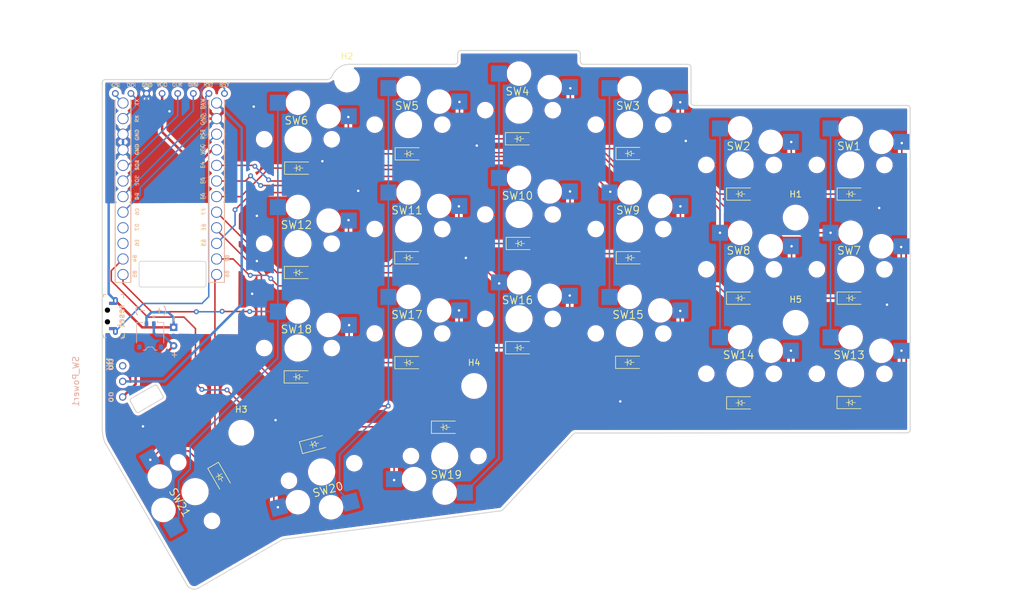
<source format=kicad_pcb>
(kicad_pcb (version 20211014) (generator pcbnew)
  (layers (0 "F.Cu" signal) (31 "B.Cu" signal) (34 "B.Paste" user) (35 "F.Paste" user) (36 "B.SilkS" user "B.Silkscreen") (37 "F.SilkS" user "F.Silkscreen") (38 "B.Mask" user) (39 "F.Mask" user) (44 "Edge.Cuts" user))
  (net 0 "")
  (net 1 "VBat")
  (net 2 "GND")
  (net 3 "row1")
  (net 4 "Net-(D1-Pad2)")
  (net 5 "Net-(D2-Pad2)")
  (net 6 "Net-(D3-Pad2)")
  (net 7 "Net-(D4-Pad2)")
  (net 8 "Net-(D5-Pad2)")
  (net 9 "Net-(D6-Pad2)")
  (net 10 "row2")
  (net 11 "Net-(D7-Pad2)")
  (net 12 "Net-(D8-Pad2)")
  (net 13 "Net-(D9-Pad2)")
  (net 14 "Net-(D10-Pad2)")
  (net 15 "Net-(D11-Pad2)")
  (net 16 "Net-(D12-Pad2)")
  (net 17 "row3")
  (net 18 "Net-(D13-Pad2)")
  (net 19 "Net-(D14-Pad2)")
  (net 20 "Net-(D15-Pad2)")
  (net 21 "Net-(D16-Pad2)")
  (net 22 "Net-(D17-Pad2)")
  (net 23 "Net-(D18-Pad2)")
  (net 24 "row4")
  (net 25 "Net-(D19-Pad2)")
  (net 26 "Net-(D20-Pad2)")
  (net 27 "Net-(D21-Pad2)")
  (net 28 "bsy")
  (net 29 "clk")
  (net 30 "cs")
  (net 31 "dc")
  (net 32 "din")
  (net 33 "rst")
  (net 34 "VCC")
  (net 35 "col1")
  (net 36 "col2")
  (net 37 "col3")
  (net 38 "col4")
  (net 39 "col5")
  (net 40 "col6")
  (net 42 "VRaw")
  (net 43 "reset")
  (footprint "mylib:Diode" (layer "F.Cu") (at 160.8 64.025)
    (fp_text reference "D3" hide)
    (fp_text value "1N4148W" hide)
  )
  (footprint "mylib:Kailh_Choc_Hotplug" (layer "F.Cu") (at 160.76996 76.320031)
    (fp_text reference "SW9")
    (fp_text value "SW_PUSH-kbd" hide)
  )
  (footprint "mylib:Diode" (layer "F.Cu") (at 196.825 70.625)
    (fp_text reference "D1" hide)
    (fp_text value "1N4148W" hide)
  )
  (footprint "mylib:Kailh_Choc_Hotplug" (layer "F.Cu") (at 196.76996 99.900031)
    (fp_text reference "SW13")
    (fp_text value "SW_PUSH-kbd" hide)
  )
  (footprint "mylib:Kailh_Choc_Hotplug" (layer "F.Cu") (at 160.76996 93.325031)
    (fp_text reference "SW15")
    (fp_text value "SW_PUSH-kbd" hide)
  )
  (footprint "mylib:Kailh_Choc_Hotplug" (layer "F.Cu") (at 130.66996 113.29003 180)
    (fp_text reference "SW19")
    (fp_text value "SW_PUSH-kbd" hide)
  )
  (footprint "MountingHole:MountingHole_3.2mm_M3_DIN965" (layer "F.Cu") (at 97.539962 109.5)
    (fp_text reference "H3")
    (fp_text value "MountingHole")
  )
  (footprint "mylib:Kailh_Choc_Hotplug" (layer "F.Cu") (at 196.76996 65.880031)
    (fp_text reference "SW1")
    (fp_text value "SW_PUSH-kbd" hide)
  )
  (footprint "mylib:Diode" (layer "F.Cu") (at 109.425 111.35 15)
    (fp_text reference "D20" hide)
    (fp_text value "1N4148W" hide)
  )
  (footprint "mylib:Kailh_Choc_Hotplug" (layer "F.Cu") (at 106.76996 61.700031)
    (fp_text reference "SW6")
    (fp_text value "SW_PUSH-kbd" hide)
  )
  (footprint "mylib:Diode" (layer "F.Cu") (at 160.85 81)
    (fp_text reference "D9" hide)
    (fp_text value "1N4148W" hide)
  )
  (footprint "mylib:Diode" (layer "F.Cu") (at 94.075 116.75 -60)
    (fp_text reference "D21" hide)
    (fp_text value "1N4148W" hide)
  )
  (footprint "mylib:Kailh_Choc_Hotplug" (layer "F.Cu") (at 196.76996 82.880031)
    (fp_text reference "SW7")
    (fp_text value "SW_PUSH-kbd" hide)
  )
  (footprint "mylib:Diode" (layer "F.Cu") (at 130.75 108.6)
    (fp_text reference "D19" hide)
    (fp_text value "1N4148W" hide)
  )
  (footprint "mylib:Diode" (layer "F.Cu") (at 124.85 64.075)
    (fp_text reference "D5" hide)
    (fp_text value "1N4148W" hide)
  )
  (footprint "mylib:Kailh_Choc_Hotplug" (layer "F.Cu") (at 124.76996 93.325031)
    (fp_text reference "SW17")
    (fp_text value "SW_PUSH-kbd" hide)
  )
  (footprint "mylib:Diode" (layer "F.Cu") (at 178.825 70.625)
    (fp_text reference "D2" hide)
    (fp_text value "1N4148W" hide)
  )
  (footprint "MountingHole:MountingHole_3.2mm_M3_DIN965" (layer "F.Cu") (at 187.80996 74.45)
    (fp_text reference "H1")
    (fp_text value "MountingHole")
  )
  (footprint "mylib:Diode" (layer "F.Cu") (at 142.8 61.625)
    (fp_text reference "D4" hide)
    (fp_text value "1N4148W" hide)
  )
  (footprint "mylib:SW_Reset_vertical" (layer "F.Cu") (at 74.896962 90.480931 90)
    (fp_text reference "SW_Reset1" hide)
    (fp_text value "SW_RESET-kbd")
  )
  (footprint "mylib:Kailh_Choc_Hotplug" (layer "F.Cu") (at 142.76996 90.950031)
    (fp_text reference "SW16")
    (fp_text value "SW_PUSH-kbd" hide)
  )
  (footprint "mylib:Diode" (layer "F.Cu") (at 124.8 98.075)
    (fp_text reference "D17" hide)
    (fp_text value "1N4148W" hide)
  )
  (footprint "mylib:Kailh_Choc_Hotplug" (layer "F.Cu") (at 106.76996 95.700031)
    (fp_text reference "SW18")
    (fp_text value "SW_PUSH-kbd" hide)
  )
  (footprint "mylib:Diode" (layer "F.Cu") (at 124.775 81)
    (fp_text reference "D11" hide)
    (fp_text value "1N4148W" hide)
  )
  (footprint "mylib:Diode" (layer "F.Cu") (at 196.8 104.575)
    (fp_text reference "D13" hide)
    (fp_text value "1N4148W" hide)
  )
  (footprint "mylib:Kailh_Choc_Hotplug" (layer "F.Cu") (at 124.76996 59.320031)
    (fp_text reference "SW5")
    (fp_text value "SW_PUSH-kbd" hide)
  )
  (footprint "mylib:Kailh_Choc_Hotplug" (layer "F.Cu") (at 160.76996 59.320031)
    (fp_text reference "SW3")
    (fp_text value "SW_PUSH-kbd" hide)
  )
  (footprint "mylib:Kailh_Choc_Hotplug" (layer "F.Cu") (at 142.76996 56.960031)
    (fp_text reference "SW4")
    (fp_text value "SW_PUSH-kbd" hide)
  )
  (footprint "mylib:Battery_pads_reversible" (layer "F.Cu") (at 86.526962 93.830931 90)
    (fp_text reference "Bat_main1" hide)
    (fp_text value "Conn_Battery_solderable")
  )
  (footprint "mylib:ProMicro_BackMount" (layer "F.Cu") (at 85.901962 69.768431)
    (fp_text reference "U1" hide)
    (fp_text value "ProMicro-kbd")
    (fp_line (start -5 12.1) (end -5 15.7) (layer "Edge.Cuts") (width 0.12))
    (fp_line (start -4.7 11.8) (end 5.6 11.8) (layer "Edge.Cuts") (width 0.12))
    (fp_line (start 5.9 12.1) (end 5.9 15.7) (layer "Edge.Cuts") (width 0.12))
    (fp_line (start -4.7 16) (end 5.6 16) (layer "Edge.Cuts") (width 0.12))
    (fp_arc (start 5.9 15.7) (mid 5.812132 15.912132) (end 5.6 16) (layer "Edge.Cuts") (width 0.12))
    (fp_arc (start 5.6 11.8) (mid 5.812132 11.887868) (end 5.9 12.1) (layer "Edge.Cuts") (width 0.12))
    (fp_arc (start -4.7 16) (mid -4.912132 15.912132) (end -5 15.7) (layer "Edge.Cuts") (width 0.12))
    (fp_arc (start -5 12.1) (mid -4.912132 11.887868) (end -4.7 11.8) (layer "Edge.Cuts") (width 0.12))
  )
  (footprint "MountingHole:MountingHole_3.2mm_M3_DIN965" (layer "F.Cu") (at 187.80996 91.59)
    (fp_text reference "H5")
    (fp_text value "MountingHole")
  )
  (footprint "mylib:Diode" (layer "F.Cu") (at 142.925 78.675)
    (fp_text reference "D10" hide)
    (fp_text value "1N4148W" hide)
  )
  (footprint "mylib:Diode" (layer "F.Cu") (at 160.75 98.025)
    (fp_text reference "D15" hide)
    (fp_text value "1N4148W" hide)
  )
  (footprint "mylib:Diode" (layer "F.Cu") (at 142.825 95.65)
    (fp_text reference "D16" hide)
    (fp_text value "1N4148W" hide)
  )
  (footprint "mylib:Kailh_Choc_Hotplug" (layer "F.Cu") (at 124.76996 76.32031)
    (fp_text reference "SW11")
    (fp_text value "SW_PUSH-kbd" hide)
  )
  (footprint "mylib:Diode" (layer "F.Cu") (at 106.85 66.4)
    (fp_text reference "D6" hide)
    (fp_text value "1N4148W" hide)
  )
  (footprint "mylib:Kailh_Choc_Hotplug" (layer "F.Cu") (at 178.76996 99.885031)
    (fp_text reference "SW14")
    (fp_text value "SW_PUSH-kbd" hide)
  )
  (footprint "mylib:Kailh_Choc_Hotplug" (layer "F.Cu") (at 106.76996 78.700031)
    (fp_text reference "SW12")
    (fp_text value "SW_PUSH-kbd" hide)
  )
  (footprint "mylib:Diode" (layer "F.Cu") (at 106.8 83.4)
    (fp_text reference "D12" hide)
    (fp_text value "1N4148W" hide)
  )
  (footprint "mylib:Diode" (layer "F.Cu") (at 196.825 87.575)
    (fp_text reference "D7" hide)
    (fp_text value "1N4148W" hide)
  )
  (footprint "MountingHole:MountingHole_3.2mm_M3_DIN965" (layer "F.Cu") (at 135.45196 101.88093)
    (fp_text reference "H4")
    (fp_text value "MountingHole")
  )
  (footprint "mylib:Kailh_Choc_Hotplug" (layer "F.Cu") (at 178.76996 65.880031)
    (fp_text reference "SW2")
    (fp_text value "SW_PUSH-kbd" hide)
  )
  (footprint "mylib:Kailh_Choc_Hotplug" (layer "F.Cu") (at 178.76996 82.880031)
    (fp_text reference "SW8")
    (fp_text value "SW_PUSH-kbd" hide)
  )
  (footprint "MountingHole:MountingHole_3.2mm_M3_DIN965" (layer "F.Cu") (at 114.75196 51.980931)
    (fp_text reference "H2")
    (fp_text value "MountingHole")
  )
  (footprint "mylib:Diode" (layer "F.Cu") (at 106.775 100.4)
    (fp_text reference "D18" hide)
    (fp_text value "1N4148W" hide)
  )
  (footprint "mylib:Diode" (layer "F.Cu") (at 178.8 87.575)
    (fp_text reference "D8" hide)
    (fp_text value "1N4148W" hide)
  )
  (footprint "mylib:Kailh_Choc_Hotplug" (layer "F.Cu") (at 110.61996 115.88003 -165)
    (fp_text reference "SW20")
    (fp_text value "SW_PUSH-kbd" hide)
  )
  (footprint "mylib:Diode" (layer "F.Cu") (at 178.825 104.625)
    (fp_text reference "D14" hide)
    (fp_text value "1N4148W" hide)
  )
  (footprint "mylib:Conn_EPD" (layer "F.Cu") (at 85.901962 54.906931 180)
    (fp_text reference "Display1" hide)
    (fp_text value "Conn_Display_general")
  )
  (footprint "mylib:Kailh_Choc_Hotplug" (layer "F.Cu") (at 142.76996 73.950031)
    (fp_text reference "SW10")
    (fp_text value "SW_PUSH-kbd" hide)
  )
  (footprint "mylib:Kailh_Choc_Hotplug" (layer "F.Cu") (at 90.019962 119.09003 120)
    (fp_text reference "SW21")
    (fp_text value "SW_PUSH-kbd" hide)
  )
  (footprint "mylib:SW_BSI10" (layer "B.Cu") (at 74.926962 101.13493 -90)
    (fp_text reference "SW_Power1")
    (fp_text value "SW_Battery-kbd")
  )
  (footprint "Connector_JST:JST_ACH_BM02B-ACHSS-GAN-ETF_1x02-1MP_P1.20mm_Vertical" (layer "B.Cu") (at 82.701962 93.630931 180)
    (fp_text reference "Bat_backup1" hide)
    (fp_text value "Conn_Battery_solderable")
  )
  (gr_arc (start 90.657962 134.7299) (mid 89.615124 134.939898) (end 88.729962 134.3499) (layer "Edge.Cuts") (width 0.15))
  (gr_arc (start 153.250042 49.49392) (mid 152.89649 49.347521) (end 152.750042 48.993989) (layer "Edge.Cuts") (width 0.15))
  (gr_line (start 132.789962 47.744) (end 132.789962 48.994) (layer "Edge.Cuts") (width 0.15))
  (gr_line (start 104.869962 126.7739) (end 139.833962 122.2049) (layer "Edge.Cuts") (width 0.15))
  (gr_arc (start 84.776962 103.4809) (mid 84.835349 103.68533) (end 84.751962 103.8809) (layer "Edge.Cuts") (width 0.15))
  (gr_arc (start 104.214962 126.9039) (mid 104.539303 126.822981) (end 104.869962 126.7739) (layer "Edge.Cuts") (width 0.15))
  (gr_line (start 206.469962 109.0099) (end 206.469962 56.69) (layer "Edge.Cuts") (width 0.15))
  (gr_arc (start 206.470031 109.00997) (mid 206.323539 109.363527) (end 205.969962 109.509969) (layer "Edge.Cuts") (width 0.15))
  (gr_arc (start 132.789951 48.993991) (mid 132.643504 49.34755) (end 132.289942 49.493989) (layer "Edge.Cuts") (width 0.15))
  (gr_line (start 152.749962 48.994) (end 152.749962 47.744) (layer "Edge.Cuts") (width 0.15))
  (gr_line (start 205.969962 109.5099) (end 151.979962 109.5399) (layer "Edge.Cuts") (width 0.15))
  (gr_arc (start 152.250042 47.24392) (mid 152.603597 47.390415) (end 152.750042 47.743991) (layer "Edge.Cuts") (width 0.15))
  (gr_line (start 170.279962 49.494) (end 153.249962 49.494) (layer "Edge.Cuts") (width 0.15))
  (gr_arc (start 83.401962 101.7559) (mid 83.652001 101.72826) (end 83.851962 101.8809) (layer "Edge.Cuts") (width 0.15))
  (gr_arc (start 74.901962 52.48) (mid 75.04841 52.126448) (end 75.401962 51.98) (layer "Edge.Cuts") (width 0.15))
  (gr_arc (start 170.280042 49.49392) (mid 170.633597 49.640415) (end 170.780042 49.993991) (layer "Edge.Cuts") (width 0.15))
  (gr_line (start 83.851962 101.8809) (end 84.776962 103.4809) (layer "Edge.Cuts") (width 0.15))
  (gr_line (start 74.901962 108.9309) (end 74.901962 52.48) (layer "Edge.Cuts") (width 0.15))
  (gr_line (start 80.376962 105.9809) (end 79.531962 104.4409) (layer "Edge.Cuts") (width 0.15))
  (gr_arc (start 151.646962 109.6669) (mid 151.801778 109.572765) (end 151.979962 109.5399) (layer "Edge.Cuts") (width 0.15))
  (gr_line (start 170.789962 55.69) (end 170.779962 49.994) (layer "Edge.Cuts") (width 0.15))
  (gr_line (start 152.249962 47.244) (end 133.289962 47.244) (layer "Edge.Cuts") (width 0.15))
  (gr_arc (start 75.321962 111.0609) (mid 75.010722 110.015863) (end 74.901962 108.9309) (layer "Edge.Cuts") (width 0.15))
  (gr_line (start 111.401962 51.9809) (end 75.401962 51.98) (layer "Edge.Cuts") (width 0.15))
  (gr_arc (start 171.290062 56.1899) (mid 170.936504 56.043507) (end 170.790062 55.689969) (layer "Edge.Cuts") (width 0.15))
  (gr_arc (start 80.876786 106.156047) (mid 80.591356 106.169833) (end 80.376962 105.9809) (layer "Edge.Cuts") (width 0.15))
  (gr_line (start 84.751962 103.8809) (end 80.876786 106.156047) (layer "Edge.Cuts") (width 0.15))
  (gr_arc (start 140.109978 122.059981) (mid 139.98305 122.153416) (end 139.834102 122.204945) (layer "Edge.Cuts") (width 0.15))
  (gr_line (start 79.632062 103.9113) (end 83.401962 101.7559) (layer "Edge.Cuts") (width 0.15))
  (gr_arc (start 132.789951 47.743989) (mid 132.936398 47.390442) (end 133.289942 47.243989) (layer "Edge.Cuts") (width 0.15))
  (gr_line (start 140.109962 122.0599) (end 151.646962 109.6669) (layer "Edge.Cuts") (width 0.15))
  (gr_line (start 90.657962 134.7299) (end 104.214962 126.9039) (layer "Edge.Cuts") (width 0.15))
  (gr_line (start 132.289962 49.494) (end 115.279962 49.494) (layer "Edge.Cuts") (width 0.15))
  (gr_arc (start 79.531962 104.4409) (mid 79.455878 104.152259) (end 79.632062 103.9113) (layer "Edge.Cuts") (width 0.15))
  (gr_arc (start 112.352217 51.380881) (mid 111.970498 51.828823) (end 111.401962 51.9809) (layer "Edge.Cuts") (width 0.15))
  (gr_line (start 75.321962 111.0609) (end 88.729962 134.3499) (layer "Edge.Cuts") (width 0.15))
  (gr_arc (start 112.352217 51.380881) (mid 113.515967 49.97176) (end 115.279962 49.494) (layer "Edge.Cuts") (width 0.15))
  (gr_line (start 205.969962 56.19) (end 171.289962 56.19) (layer "Edge.Cuts") (width 0.15))
  (gr_arc (start 205.969962 56.19) (mid 206.323503 56.336434) (end 206.469962 56.689965) (layer "Edge.Cuts") (width 0.15))
  (segment (start 83.867893 97.99) (end 86.526962 95.330931) (width 0.4) (layer "F.Cu") (net 1))
  (segment (start 82.28 97.99) (end 83.867893 97.99) (width 0.4) (layer "F.Cu") (net 1))
  (segment (start 78.226962 103.67493) (end 80.34 101.561892) (width 0.4) (layer "F.Cu") (net 1))
  (segment (start 80.34 99.93) (end 82.28 97.99) (width 0.4) (layer "F.Cu") (net 1))
  (segment (start 80.34 101.561892) (end 80.34 99.93) (width 0.4) (layer "F.Cu") (net 1))
  (segment (start 83.301962 93.251962) (end 83.72 93.67) (width 0.4) (layer "B.Cu") (net 1))
  (segment (start 86.526962 95.330931) (end 84.866031 93.67) (width 0.4) (layer "B.Cu") (net 1))
  (segment (start 84.866031 93.67) (end 83.72 93.67) (width 0.4) (layer "B.Cu") (net 1))
  (segment (start 83.301962 91.755931) (end 83.301962 93.251962) (width 0.4) (layer "B.Cu") (net 1))
  (segment (start 87.040431 58.338431) (end 85.852 57.15) (width 0.4) (layer "F.Cu") (net 2))
  (segment (start 77.046962 87.980931) (end 81.396962 92.330931) (width 0.4) (layer "F.Cu") (net 2))
  (segment (start 81.396962 92.330931) (end 86.526962 92.330931) (width 0.4) (layer "F.Cu") (net 2))
  (segment (start 93.521962 58.338431) (end 87.040431 58.338431) (width 0.4) (layer "F.Cu") (net 2))
  (via (at 134.112 81.026) (size 0.8) (drill 0.4) (layers "F.Cu" "B.Cu") (net 2))
  (via (at 100.076 81.534) (size 0.8) (drill 0.4) (layers "F.Cu" "B.Cu") (net 2))
  (via (at 116.586 70.104) (size 0.8) (drill 0.4) (layers "F.Cu" "B.Cu") (net 2))
  (via (at 99.314 86.868) (size 0.8) (drill 0.4) (layers "F.Cu" "B.Cu") (net 2))
  (via (at 201.422 72.898) (size 0.8) (drill 0.4) (layers "F.Cu" "B.Cu") (net 2))
  (via (at 159.258 104.394) (size 0.8) (drill 0.4) (layers "F.Cu" "B.Cu") (net 2))
  (via (at 110.744 65.278) (size 0.8) (drill 0.4) (layers "F.Cu" "B.Cu") (net 2))
  (via (at 100.076 74.168) (size 0.8) (drill 0.4) (layers "F.Cu" "B.Cu") (net 2))
  (via (at 135.89 62.738) (size 0.8) (drill 0.4) (layers "F.Cu" "B.Cu") (net 2))
  (via (at 169.926 61.976) (size 0.8) (drill 0.4) (layers "F.Cu" "B.Cu") (net 2))
  (via (at 81.534 108.458) (size 0.8) (drill 0.4) (layers "F.Cu" "B.Cu") (net 2))
  (via (at 202.692 88.646) (size 0.8) (drill 0.4) (layers "F.Cu" "B.Cu") (net 2))
  (via (at 85.852 57.15) (size 0.8) (drill 0.4) (layers "F.Cu" "B.Cu") (net 2))
  (via (at 99.568 56.388) (size 0.8) (drill 0.4) (layers "F.Cu" "B.Cu") (net 2))
  (via (at 103.124 107.442) (size 0.8) (drill 0.4) (layers "F.Cu" "B.Cu") (net 2))
  (segment (start 85.852 57.15) (end 82.209531 57.15) (width 0.4) (layer "B.Cu") (net 2))
  (segment (start 82.101962 90.668038) (end 82.89 89.88) (width 0.4) (layer "B.Cu") (net 2))
  (segment (start 78.281962 60.878431) (end 78.281962 63.418431) (width 0.4) (layer "B.Cu") (net 2))
  (segment (start 86.526962 90.736962) (end 86.526962 92.330931) (width 0.4) (layer "B.Cu") (net 2))
  (segment (start 75.946 86.879969) (end 77.046962 87.980931) (width 0.4) (layer "B.Cu") (net 2))
  (segment (start 82.89 89.88) (end 85.67 89.88) (width 0.4) (layer "B.Cu") (net 2))
  (segment (start 82.101962 91.755931) (end 82.101962 90.668038) (width 0.4) (layer "B.Cu") (net 2))
  (segment (start 78.281962 63.418431) (end 75.946 65.754393) (width 0.4) (layer "B.Cu") (net 2))
  (segment (start 82.109962 57.050431) (end 82.109962 54.246931) (width 0.4) (layer "B.Cu") (net 2))
  (segment (start 75.946 65.754393) (end 75.946 86.879969) (width 0.4) (layer "B.Cu") (net 2))
  (segment (start 78.281962 60.878431) (end 82.109962 57.050431) (width 0.4) (layer "B.Cu") (net 2))
  (segment (start 82.209531 57.15) (end 82.109962 57.050431) (width 0.4) (layer "B.Cu") (net 2))
  (segment (start 85.67 89.88) (end 86.526962 90.736962) (width 0.4) (layer "B.Cu") (net 2))
  (segment (start 102.1 66.4) (end 105.2 66.4) (width 0.25) (layer "F.Cu") (net 3))
  (segment (start 128.8 65.4) (end 132.575 61.625) (width 0.25) (layer "F.Cu") (net 3))
  (segment (start 158.365 63.24) (end 159.15 64.025) (width 0.25) (layer "F.Cu") (net 3))
  (segment (start 106.54 67.74) (end 110.8 67.74) (width 0.25) (layer "F.Cu") (net 3))
  (segment (start 178.81 72.26) (end 181.44 72.26) (width 0.25) (layer "F.Cu") (net 3))
  (segment (start 183.075 70.625) (end 195.175 70.625) (width 0.25) (layer "F.Cu") (net 3))
  (segment (start 124.525 65.4) (end 128.8 65.4) (width 0.25) (layer "F.Cu") (net 3))
  (segment (start 123.2 64.075) (end 124.525 65.4) (width 0.25) (layer "F.Cu") (net 3))
  (segment (start 93.521962 71.038431) (end 97.461569 71.038431) (width 0.25) (layer "F.Cu") (net 3))
  (segment (start 97.461569 71.038431) (end 102.1 66.4) (width 0.25) (layer "F.Cu") (net 3))
  (segment (start 160.815 65.69) (end 170.38 65.69) (width 0.25) (layer "F.Cu") (net 3))
  (segment (start 177.175 70.625) (end 178.81 72.26) (width 0.25) (layer "F.Cu") (net 3))
  (segment (start 175.315 70.625) (end 177.175 70.625) (width 0.25) (layer "F.Cu") (net 3))
  (segment (start 170.38 65.69) (end 175.315 70.625) (width 0.25) (layer "F.Cu") (net 3))
  (segment (start 181.44 72.26) (end 183.075 70.625) (width 0.25) (layer "F.Cu") (net 3))
  (segment (start 114.465 64.075) (end 123.2 64.075) (width 0.25) (layer "F.Cu") (net 3))
  (segment (start 142.765 63.24) (end 158.365 63.24) (width 0.25) (layer "F.Cu") (net 3))
  (segment (start 141.15 61.625) (end 142.765 63.24) (width 0.25) (layer "F.Cu") (net 3))
  (segment (start 159.15 64.025) (end 160.815 65.69) (width 0.25) (layer "F.Cu") (net 3))
  (segment (start 105.2 66.4) (end 106.54 67.74) (width 0.25) (layer "F.Cu") (net 3))
  (segment (start 110.8 67.74) (end 114.465 64.075) (width 0.25) (layer "F.Cu") (net 3))
  (segment (start 132.575 61.625) (end 141.15 61.625) (width 0.25) (layer "F.Cu") (net 3))
  (segment (start 198.475 69.05) (end 198.475 70.625) (width 0.25) (layer "F.Cu") (net 4))
  (segment (start 203.575 67.6) (end 199.925 67.6) (width 0.25) (layer "F.Cu") (net 4))
  (segment (start 205.1 62.325) (end 205.1 66.075) (width 0.25) (layer "F.Cu") (net 4))
  (segment (start 205.1 66.075) (end 203.575 67.6) (width 0.25) (layer "F.Cu") (net 4))
  (segment (start 199.925 67.6) (end 198.475 69.05) (width 0.25) (layer "F.Cu") (net 4))
  (via (at 205.1 62.325) (size 0.8) (drill 0.4) (layers "F.Cu" "B.Cu") (net 4))
  (segment (start 205.04496 62.26996) (end 205.1 62.325) (width 0.25) (layer "B.Cu") (net 4))
  (segment (start 205.04496 62.130031) (end 205.04496 62.26996) (width 0.25) (layer "B.Cu") (net 4))
  (segment (start 185.175 67.9) (end 182.25 67.9) (width 0.25) (layer "F.Cu") (net 5))
  (segment (start 187.1 62.15) (end 187.1 65.975) (width 0.25) (layer "F.Cu") (net 5))
  (segment (start 182.25 67.9) (end 180.475 69.675) (width 0.25) (layer "F.Cu") (net 5))
  (segment (start 180.475 69.675) (end 180.475 70.625) (width 0.25) (layer "F.Cu") (net 5))
  (segment (start 187.1 65.975) (end 185.175 67.9) (width 0.25) (layer "F.Cu") (net 5))
  (via (at 187.1 62.15) (size 0.8) (drill 0.4) (layers "F.Cu" "B.Cu") (net 5))
  (segment (start 187.04496 62.130031) (end 187.080031 62.130031) (width 0.25) (layer "B.Cu") (net 5))
  (segment (start 187.080031 62.130031) (end 187.1 62.15) (width 0.25) (layer "B.Cu") (net 5))
  (segment (start 167.15 61.425) (end 163.725 61.425) (width 0.25) (layer "F.Cu") (net 6))
  (segment (start 162.45 62.7) (end 162.45 64.025) (width 0.25) (layer "F.Cu") (net 6))
  (segment (start 169.025 59.55) (end 167.15 61.425) (width 0.25) (layer "F.Cu") (net 6))
  (segment (start 169.025 55.675) (end 169.025 59.55) (width 0.25) (layer "F.Cu") (net 6))
  (segment (start 163.725 61.425) (end 162.45 62.7) (width 0.25) (layer "F.Cu") (net 6))
  (via (at 169.025 55.675) (size 0.8) (drill 0.4) (layers "F.Cu" "B.Cu") (net 6))
  (segment (start 169.04496 55.570031) (end 169.04496 55.65504) (width 0.25) (layer "B.Cu") (net 6))
  (segment (start 169.04496 55.65504) (end 169.025 55.675) (width 0.25) (layer "B.Cu") (net 6))
  (segment (start 144.45 60.325) (end 144.45 61.625) (width 0.25) (layer "F.Cu") (net 7))
  (segment (start 149.375 59.45) (end 145.325 59.45) (width 0.25) (layer "F.Cu") (net 7))
  (segment (start 151.125 53.4) (end 151.125 57.7) (width 0.25) (layer "F.Cu") (net 7))
  (segment (start 145.325 59.45) (end 144.45 60.325) (width 0.25) (layer "F.Cu") (net 7))
  (segment (start 151.125 57.7) (end 149.375 59.45) (width 0.25) (layer "F.Cu") (net 7))
  (via (at 151.125 53.4) (size 0.8) (drill 0.4) (layers "F.Cu" "B.Cu") (net 7))
  (segment (start 151.04496 53.210031) (end 151.04496 53.31996) (width 0.25) (layer "B.Cu") (net 7))
  (segment (start 151.04496 53.31996) (end 151.125 53.4) (width 0.25) (layer "B.Cu") (net 7))
  (segment (start 133.075 55.625) (end 133.075 60.005) (width 0.25) (layer "F.Cu") (net 8))
  (segment (start 133.075 60.005) (end 129.005 64.075) (width 0.25) (layer "F.Cu") (net 8))
  (segment (start 129.005 64.075) (end 126.5 64.075) (width 0.25) (layer "F.Cu") (net 8))
  (via (at 133.075 55.625) (size 0.8) (drill 0.4) (layers "F.Cu" "B.Cu") (net 8))
  (segment (start 133.04496 55.59496) (end 133.075 55.625) (width 0.25) (layer "B.Cu") (net 8))
  (segment (start 133.04496 55.570031) (end 133.04496 55.59496) (width 0.25) (layer "B.Cu") (net 8))
  (segment (start 114.975 62.25) (end 113.325 63.9) (width 0.25) (layer "F.Cu") (net 9))
  (segment (start 109.7 63.9) (end 108.5 65.1) (width 0.25) (layer "F.Cu") (net 9))
  (segment (start 108.5 65.1) (end 108.5 66.4) (width 0.25) (layer "F.Cu") (net 9))
  (segment (start 114.975 58.075) (end 114.975 62.25) (width 0.25) (layer "F.Cu") (net 9))
  (segment (start 113.325 63.9) (end 109.7 63.9) (width 0.25) (layer "F.Cu") (net 9))
  (via (at 114.975 58.075) (size 0.8) (drill 0.4) (layers "F.Cu" "B.Cu") (net 9))
  (segment (start 115.04496 58.00504) (end 114.975 58.075) (width 0.25) (layer "B.Cu") (net 9))
  (segment (start 115.04496 57.950031) (end 115.04496 58.00504) (width 0.25) (layer "B.Cu") (net 9))
  (segment (start 110.15 84.7) (end 112.51 82.34) (width 0.25) (layer "F.Cu") (net 10))
  (segment (start 172.575 85.625) (end 175.2 85.625) (width 0.25) (layer "F.Cu") (net 10))
  (segment (start 123.125 81) (end 124.7 82.575) (width 0.25) (layer "F.Cu") (net 10))
  (segment (start 121.785 82.34) (end 123.125 81) (width 0.25) (layer "F.Cu") (net 10))
  (segment (start 106.45 84.7) (end 110.15 84.7) (width 0.25) (layer "F.Cu") (net 10))
  (segment (start 124.7 82.575) (end 127.55 82.575) (width 0.25) (layer "F.Cu") (net 10))
  (segment (start 112.51 82.34) (end 121.785 82.34) (width 0.25) (layer "F.Cu") (net 10))
  (segment (start 169.525 82.575) (end 172.575 85.625) (width 0.25) (layer "F.Cu") (net 10))
  (segment (start 177.15 87.575) (end 178.725 89.15) (width 0.25) (layer "F.Cu") (net 10))
  (segment (start 182.875 87.575) (end 195.175 87.575) (width 0.25) (layer "F.Cu") (net 10))
  (segment (start 175.2 85.625) (end 177.15 87.575) (width 0.25) (layer "F.Cu") (net 10))
  (segment (start 141.275 78.675) (end 142.925 80.325) (width 0.25) (layer "F.Cu") (net 10))
  (segment (start 181.3 89.15) (end 182.875 87.575) (width 0.25) (layer "F.Cu") (net 10))
  (segment (start 131.45 78.675) (end 141.275 78.675) (width 0.25) (layer "F.Cu") (net 10))
  (segment (start 142.925 80.325) (end 158.525 80.325) (width 0.25) (layer "F.Cu") (net 10))
  (segment (start 178.725 89.15) (end 181.3 89.15) (width 0.25) (layer "F.Cu") (net 10))
  (segment (start 127.55 82.575) (end 131.45 78.675) (width 0.25) (layer "F.Cu") (net 10))
  (segment (start 158.525 80.325) (end 159.2 81) (width 0.25) (layer "F.Cu") (net 10))
  (segment (start 159.2 81) (end 160.775 82.575) (width 0.25) (layer "F.Cu") (net 10))
  (segment (start 160.775 82.575) (end 169.525 82.575) (width 0.25) (layer "F.Cu") (net 10))
  (segment (start 105.15 83.4) (end 106.45 84.7) (width 0.25) (layer "F.Cu") (net 10))
  (segment (start 93.521962 73.578431) (end 103.343531 83.4) (width 0.25) (layer "F.Cu") (net 10))
  (segment (start 103.343531 83.4) (end 105.15 83.4) (width 0.25) (layer "F.Cu") (net 10))
  (segment (start 204 84.725) (end 200.3 84.725) (width 0.25) (layer "F.Cu") (net 11))
  (segment (start 200.3 84.725) (end 198.475 86.55) (width 0.25) (layer "F.Cu") (net 11))
  (segment (start 205 83.725) (end 204 84.725) (width 0.25) (layer "F.Cu") (net 11))
  (segment (start 198.475 86.55) (end 198.475 87.575) (width 0.25) (layer "F.Cu") (net 11))
  (segment (start 205 79.25) (end 205 83.725) (width 0.25) (layer "F.Cu") (net 11))
  (via (at 205 79.25) (size 0.8) (drill 0.4) (layers "F.Cu" "B.Cu") (net 11))
  (segment (start 205.04496 79.20504) (end 205 79.25) (width 0.25) (layer "B.Cu") (net 11))
  (segment (start 205.04496 79.130031) (end 205.04496 79.20504) (width 0.25) (layer "B.Cu") (net 11))
  (segment (start 185.275 84.9) (end 182.2 84.9) (width 0.25) (layer "F.Cu") (net 12))
  (segment (start 180.45 86.65) (end 180.45 87.575) (width 0.25) (layer "F.Cu") (net 12))
  (segment (start 187.15 83.025) (end 185.275 84.9) (width 0.25) (layer "F.Cu") (net 12))
  (segment (start 187.15 79.125) (end 187.15 83.025) (width 0.25) (layer "F.Cu") (net 12))
  (segment (start 182.2 84.9) (end 180.45 86.65) (width 0.25) (layer "F.Cu") (net 12))
  (via (at 187.15 79.125) (size 0.8) (drill 0.4) (layers "F.Cu" "B.Cu") (net 12))
  (segment (start 187.04496 79.130031) (end 187.144969 79.130031) (width 0.25) (layer "B.Cu") (net 12))
  (segment (start 187.144969 79.130031) (end 187.15 79.125) (width 0.25) (layer "B.Cu") (net 12))
  (segment (start 163.9 78.525) (end 162.5 79.925) (width 0.25) (layer "F.Cu") (net 13))
  (segment (start 167.525 78.525) (end 163.9 78.525) (width 0.25) (layer "F.Cu") (net 13))
  (segment (start 169.05 77) (end 167.525 78.525) (width 0.25) (layer "F.Cu") (net 13))
  (segment (start 169.05 72.625) (end 169.05 77) (width 0.25) (layer "F.Cu") (net 13))
  (segment (start 162.5 79.925) (end 162.5 81) (width 0.25) (layer "F.Cu") (net 13))
  (via (at 169.05 72.625) (size 0.8) (drill 0.4) (layers "F.Cu" "B.Cu") (net 13))
  (segment (start 169.04496 72.61996) (end 169.05 72.625) (width 0.25) (layer "B.Cu") (net 13))
  (segment (start 169.04496 72.570031) (end 169.04496 72.61996) (width 0.25) (layer "B.Cu") (net 13))
  (segment (start 146.175 76.425) (end 144.575 78.025) (width 0.25) (layer "F.Cu") (net 14))
  (segment (start 144.575 78.025) (end 144.575 78.675) (width 0.25) (layer "F.Cu") (net 14))
  (segment (start 149.125 76.425) (end 146.175 76.425) (width 0.25) (layer "F.Cu") (net 14))
  (segment (start 151.075 74.475) (end 149.125 76.425) (width 0.25) (layer "F.Cu") (net 14))
  (segment (start 151.075 70.2) (end 151.075 74.475) (width 0.25) (layer "F.Cu") (net 14))
  (via (at 151.075 70.2) (size 0.8) (drill 0.4) (layers "F.Cu" "B.Cu") (net 14))
  (segment (start 151.074969 70.200031) (end 151.075 70.2) (width 0.25) (layer "B.Cu") (net 14))
  (segment (start 151.04496 70.200031) (end 151.074969 70.200031) (width 0.25) (layer "B.Cu") (net 14))
  (segment (start 132.975 76.1) (end 128.075 81) (width 0.25) (layer "F.Cu") (net 15))
  (segment (start 132.975 72.625) (end 132.975 76.1) (width 0.25) (layer "F.Cu") (net 15))
  (segment (start 128.075 81) (end 126.425 81) (width 0.25) (layer "F.Cu") (net 15))
  (via (at 132.975 72.625) (size 0.8) (drill 0.4) (layers "F.Cu" "B.Cu") (net 15))
  (segment (start 133.02969 72.57031) (end 132.975 72.625) (width 0.25) (layer "B.Cu") (net 15))
  (segment (start 133.04496 72.57031) (end 133.02969 72.57031) (width 0.25) (layer "B.Cu") (net 15))
  (segment (start 115 74.875) (end 115 78.7) (width 0.25) (layer "F.Cu") (net 16))
  (segment (start 115 78.7) (end 110.3 83.4) (width 0.25) (layer "F.Cu") (net 16))
  (segment (start 110.3 83.4) (end 108.45 83.4) (width 0.25) (layer "F.Cu") (net 16))
  (via (at 115 74.875) (size 0.8) (drill 0.4) (layers "F.Cu" "B.Cu") (net 16))
  (segment (start 115.04496 74.91996) (end 115 74.875) (width 0.25) (layer "B.Cu") (net 16))
  (segment (start 115.04496 74.950031) (end 115.04496 74.91996) (width 0.25) (layer "B.Cu") (net 16))
  (segment (start 123.15 98.075) (end 123.15 99.025) (width 0.25) (layer "F.Cu") (net 17))
  (segment (start 159.1 98.025) (end 159.1 98.15) (width 0.25) (layer "F.Cu") (net 17))
  (segment (start 116.275 102.15) (end 120.375 98.05) (width 0.25) (layer "F.Cu") (net 17))
  (segment (start 93.521962 76.461962) (end 100.82 83.76) (width 0.25) (layer "F.Cu") (net 17))
  (segment (start 100.82 83.76) (end 100.82 92.68262) (width 0.25) (layer "F.Cu") (net 17))
  (segment (start 132.125 95.65) (end 141.175 95.65) (width 0.25) (layer "F.Cu") (net 17))
  (segment (start 123.15 99.025) (end 123.75 99.625) (width 0.25) (layer "F.Cu") (net 17))
  (segment (start 141.175 95.65) (end 143.55 98.025) (width 0.25) (layer "F.Cu") (net 17))
  (segment (start 105.65 102.15) (end 116.275 102.15) (width 0.25) (layer "F.Cu") (net 17))
  (segment (start 181.95 106.4) (end 183.775 104.575) (width 0.25) (layer "F.Cu") (net 17))
  (segment (start 123.75 99.625) (end 128.15 99.625) (width 0.25) (layer "F.Cu") (net 17))
  (segment (start 165.575 104.625) (end 177.175 104.625) (width 0.25) (layer "F.Cu") (net 17))
  (segment (start 105.125 101.625) (end 105.65 102.15) (width 0.25) (layer "F.Cu") (net 17))
  (segment (start 93.521962 76.118431) (end 93.521962 76.461962) (width 0.25) (layer "F.Cu") (net 17))
  (segment (start 177.175 104.625) (end 178.95 106.4) (width 0.25) (layer "F.Cu") (net 17))
  (segment (start 120.375 98.05) (end 120.4 98.075) (width 0.25) (layer "F.Cu") (net 17))
  (segment (start 178.95 106.4) (end 181.95 106.4) (width 0.25) (layer "F.Cu") (net 17))
  (segment (start 102.34 100.4) (end 105.125 100.4) (width 0.25) (layer "F.Cu") (net 17))
  (segment (start 120.4 98.075) (end 123.15 98.075) (width 0.25) (layer "F.Cu") (net 17))
  (segment (start 183.775 104.575) (end 195.15 104.575) (width 0.25) (layer "F.Cu") (net 17))
  (segment (start 99.02849 97.08849) (end 102.34 100.4) (width 0.25) (layer "F.Cu") (net 17))
  (segment (start 143.55 98.025) (end 159.1 98.025) (width 0.25) (layer "F.Cu") (net 17))
  (segment (start 128.15 99.625) (end 132.125 95.65) (width 0.25) (layer "F.Cu") (net 17))
  (segment (start 159.1 98.15) (end 165.575 104.625) (width 0.25) (layer "F.Cu") (net 17))
  (segment (start 99.02849 94.47413) (end 99.02849 97.08849) (width 0.25) (layer "F.Cu") (net 17))
  (segment (start 105.125 100.4) (end 105.125 101.625) (width 0.25) (layer "F.Cu") (net 17))
  (segment (start 100.82 92.68262) (end 99.02849 94.47413) (width 0.25) (layer "F.Cu") (net 17))
  (segment (start 205.05 96.125) (end 205.05 100.5) (width 0.25) (layer "F.Cu") (net 18))
  (segment (start 203.375 102.175) (end 199.775 102.175) (width 0.25) (layer "F.Cu") (net 18))
  (segment (start 205.05 100.5) (end 203.375 102.175) (width 0.25) (layer "F.Cu") (net 18))
  (segment (start 198.45 103.5) (end 198.45 104.575) (width 0.25) (layer "F.Cu") (net 18))
  (segment (start 199.775 102.175) (end 198.45 103.5) (width 0.25) (layer "F.Cu") (net 18))
  (via (at 205.05 96.125) (size 0.8) (drill 0.4) (layers "F.Cu" "B.Cu") (net 18))
  (segment (start 205.04496 96.13004) (end 205.05 96.125) (width 0.25) (layer "B.Cu") (net 18))
  (segment (start 205.04496 96.150031) (end 205.04496 96.13004) (width 0.25) (layer "B.Cu") (net 18))
  (segment (start 180.475 103.275) (end 180.475 104.625) (width 0.25) (layer "F.Cu") (net 19))
  (segment (start 185.75 102.05) (end 181.7 102.05) (width 0.25) (layer "F.Cu") (net 19))
  (segment (start 187.05 96.125) (end 187.05 100.75) (width 0.25) (layer "F.Cu") (net 19))
  (segment (start 181.7 102.05) (end 180.475 103.275) (width 0.25) (layer "F.Cu") (net 19))
  (segment (start 187.05 100.75) (end 185.75 102.05) (width 0.25) (layer "F.Cu") (net 19))
  (via (at 187.05 96.125) (size 0.8) (drill 0.4) (layers "F.Cu" "B.Cu") (net 19))
  (segment (start 187.04496 96.135031) (end 187.04496 96.13004) (width 0.25) (layer "B.Cu") (net 19))
  (segment (start 187.04496 96.13004) (end 187.05 96.125) (width 0.25) (layer "B.Cu") (net 19))
  (segment (start 169.025 89.65) (end 169.025 93.95) (width 0.25) (layer "F.Cu") (net 20))
  (segment (start 167.55 95.425) (end 163.85 95.425) (width 0.25) (layer "F.Cu") (net 20))
  (segment (start 162.4 96.875) (end 162.4 98.025) (width 0.25) (layer "F.Cu") (net 20))
  (segment (start 163.85 95.425) (end 162.4 96.875) (width 0.25) (layer "F.Cu") (net 20))
  (segment (start 169.025 93.95) (end 167.55 95.425) (width 0.25) (layer "F.Cu") (net 20))
  (via (at 169.025 89.65) (size 0.8) (drill 0.4) (layers "F.Cu" "B.Cu") (net 20))
  (segment (start 169.04496 89.575031) (end 169.04496 89.63004) (width 0.25) (layer "B.Cu") (net 20))
  (segment (start 169.04496 89.63004) (end 169.025 89.65) (width 0.25) (layer "B.Cu") (net 20))
  (segment (start 149.175 93.15) (end 145.775 93.15) (width 0.25) (layer "F.Cu") (net 21))
  (segment (start 145.775 93.15) (end 144.475 94.45) (width 0.25) (layer "F.Cu") (net 21))
  (segment (start 151.025 91.3) (end 149.175 93.15) (width 0.25) (layer "F.Cu") (net 21))
  (segment (start 144.475 94.45) (end 144.475 95.65) (width 0.25) (layer "F.Cu") (net 21))
  (segment (start 151.025 87.15) (end 151.025 91.3) (width 0.25) (layer "F.Cu") (net 21))
  (via (at 151.025 87.15) (size 0.8) (drill 0.4) (layers "F.Cu" "B.Cu") (net 21))
  (segment (start 151.04496 87.16996) (end 151.025 87.15) (width 0.25) (layer "B.Cu") (net 21))
  (segment (start 151.04496 87.200031) (end 151.04496 87.16996) (width 0.25) (layer "B.Cu") (net 21))
  (segment (start 133 89.575) (end 133 93.71431) (width 0.25) (layer "F.Cu") (net 22))
  (segment (start 128.63931 98.075) (end 126.45 98.075) (width 0.25) (layer "F.Cu") (net 22))
  (segment (start 133 93.71431) (end 128.63931 98.075) (width 0.25) (layer "F.Cu") (net 22))
  (via (at 133 89.575) (size 0.8) (drill 0.4) (layers "F.Cu" "B.Cu") (net 22))
  (segment (start 133.000031 89.575031) (end 133 89.575) (width 0.25) (layer "B.Cu") (net 22))
  (segment (start 133.04496 89.575031) (end 133.000031 89.575031) (width 0.25) (layer "B.Cu") (net 22))
  (segment (start 115.1 97.15) (end 114.1 98.15) (width 0.25) (layer "F.Cu") (net 23))
  (segment (start 108.425 99.475) (end 108.425 100.4) (width 0.25) (layer "F.Cu") (net 23))
  (segment (start 114.1 98.15) (end 109.75 98.15) (width 0.25) (layer "F.Cu") (net 23))
  (segment (start 115.1 91.975) (end 115.1 97.15) (width 0.25) (layer "F.Cu") (net 23))
  (segment (start 109.75 98.15) (end 108.425 99.475) (width 0.25) (layer "F.Cu") (net 23))
  (via (at 115.1 91.975) (size 0.8) (drill 0.4) (layers "F.Cu" "B.Cu") (net 23))
  (segment (start 115.04496 91.950031) (end 115.075031 91.950031) (width 0.25) (layer "B.Cu") (net 23))
  (segment (start 115.075031 91.950031) (end 115.1 91.975) (width 0.25) (layer "B.Cu") (net 23))
  (segment (start 129.025 108.525) (end 109.875 108.525) (width 0.25) (layer "F.Cu") (net 24))
  (segment (start 103.275 112.15) (end 107.458273 112.15) (width 0.25) (layer "F.Cu") (net 24))
  (segment (start 109.875 108.525) (end 107.831222 110.568778) (width 0.25) (layer "F.Cu") (net 24))
  (segment (start 107.831222 110.568778) (end 107.831222 111.777051) (width 0.25) (layer "F.Cu") (net 24))
  (segment (start 100.103942 115.321058) (end 103.275 112.15) (width 0.25) (layer "F.Cu") (net 24))
  (segment (start 93.521962 83.738431) (end 93.25 84.010393) (width 0.25) (layer "F.Cu") (net 24))
  (segment (start 93.25 115.321058) (end 100.103942 115.321058) (width 0.25) (layer "F.Cu") (net 24))
  (segment (start 107.458273 112.15) (end 107.831222 111.777051) (width 0.25) (layer "F.Cu") (net 24))
  (segment (start 93.25 84.010393) (end 93.25 115.321058) (width 0.25) (layer "F.Cu") (net 24))
  (segment (start 129.1 108.6) (end 129.025 108.525) (width 0.25) (layer "F.Cu") (net 24))
  (segment (start 124.467619 110.525) (end 130.7 110.525) (width 0.25) (layer "F.Cu") (net 25))
  (segment (start 132.4 108.825) (end 132.4 108.6) (width 0.25) (layer "F.Cu") (net 25))
  (segment (start 130.7 110.525) (end 132.4 108.825) (width 0.25) (layer "F.Cu") (net 25))
  (segment (start 122.425 112.567619) (end 124.467619 110.525) (width 0.25) (layer "F.Cu") (net 25))
  (segment (start 122.425 117.2) (end 122.425 112.567619) (width 0.25) (layer "F.Cu") (net 25))
  (via (at 122.425 117.2) (size 0.8) (drill 0.4) (layers "F.Cu" "B.Cu") (net 25))
  (segment (start 122.39496 117.16996) (end 122.425 117.2) (width 0.25) (layer "B.Cu") (net 25))
  (segment (start 122.39496 117.04003) (end 122.39496 117.16996) (width 0.25) (layer "B.Cu") (net 25))
  (segment (start 103.5 121.625) (end 102.85 120.975) (width 0.25) (layer "F.Cu") (net 26))
  (segment (start 102.85 120.975) (end 102.85 115.6) (width 0.25) (layer "F.Cu") (net 26))
  (segment (start 102.85 115.6) (end 104.875 113.575) (width 0.25) (layer "F.Cu") (net 26))
  (segment (start 111.018778 111.856222) (end 111.018778 110.922949) (width 0.25) (layer "F.Cu") (net 26))
  (segment (start 109.3 113.575) (end 111.018778 111.856222) (width 0.25) (layer "F.Cu") (net 26))
  (segment (start 104.875 113.575) (end 109.3 113.575) (width 0.25) (layer "F.Cu") (net 26))
  (via (at 103.5 121.625) (size 0.8) (drill 0.4) (layers "F.Cu" "B.Cu") (net 26))
  (segment (start 103.597495 121.643979) (end 103.518979 121.643979) (width 0.25) (layer "B.Cu") (net 26))
  (segment (start 103.518979 121.643979) (end 103.5 121.625) (width 0.25) (layer "B.Cu") (net 26))
  (segment (start 82.725 113.9) (end 84.175 112.45) (width 0.25) (layer "F.Cu") (net 27))
  (segment (start 93.328942 118.178942) (end 94.9 118.178942) (width 0.25) (layer "F.Cu") (net 27))
  (segment (start 90.6 114.1) (end 90.6 115.45) (width 0.25) (layer "F.Cu") (net 27))
  (segment (start 88.95 112.45) (end 90.6 114.1) (width 0.25) (layer "F.Cu") (net 27))
  (segment (start 84.175 112.45) (end 88.95 112.45) (width 0.25) (layer "F.Cu") (net 27))
  (segment (start 90.6 115.45) (end 93.328942 118.178942) (width 0.25) (layer "F.Cu") (net 27))
  (via (at 82.725 113.9) (size 0.8) (drill 0.4) (layers "F.Cu" "B.Cu") (net 27))
  (segment (start 82.634867 113.79867) (end 82.634867 113.809867) (width 0.25) (layer "B.Cu") (net 27))
  (segment (start 82.634867 113.809867) (end 82.725 113.9) (width 0.25) (layer "B.Cu") (net 27))
  (segment (start 78.281962 70.868038) (end 78.281962 71.038431) (width 0.25) (layer "B.Cu") (net 28))
  (segment (start 94.809962 54.246931) (end 94.809962 53.439962) (width 0.25) (layer "B.Cu") (net 28))
  (segment (start 91.02 53.48) (end 91.02 58.13) (width 0.25) (layer "B.Cu") (net 28))
  (segment (start 94.809962 53.439962) (end 94.03 52.66) (width 0.25) (layer "B.Cu") (net 28))
  (segment (start 94.03 52.66) (end 91.84 52.66) (width 0.25) (layer "B.Cu") (net 28))
  (segment (start 91.02 58.13) (end 78.281962 70.868038) (width 0.25) (layer "B.Cu") (net 28))
  (segment (start 91.84 52.66) (end 91.02 53.48) (width 0.25) (layer "B.Cu") (net 28))
  (segment (start 87.189962 54.246931) (end 87.189962 57.844038) (width 0.25) (layer "B.Cu") (net 29))
  (segment (start 79.075569 65.958431) (end 78.281962 65.958431) (width 0.25) (layer "B.Cu") (net 29))
  (segment (start 87.189962 57.844038) (end 79.075569 65.958431) (width 0.25) (layer "B.Cu") (net 29))
  (segment (start 77.029962 54.246931) (end 77.029962 54.546431) (width 0.25) (layer "B.Cu") (net 30))
  (segment (start 77.029962 54.546431) (end 78.281962 55.798431) (width 0.25) (layer "B.Cu") (net 30))
  (segment (start 80.264 54.940969) (end 80.264 56.356393) (width 0.25) (layer "B.Cu") (net 31))
  (segment (start 80.264 56.356393) (end 78.281962 58.338431) (width 0.25) (layer "B.Cu") (net 31))
  (segment (start 79.569962 54.246931) (end 80.264 54.940969) (width 0.25) (layer "B.Cu") (net 31))
  (segment (start 78.281962 68.498431) (end 89.729962 57.050431) (width 0.25) (layer "B.Cu") (net 32))
  (segment (start 89.729962 57.050431) (end 89.729962 54.246931) (width 0.25) (layer "B.Cu") (net 32))
  (segment (start 91.78 54.736893) (end 91.78 58.89) (width 0.25) (layer "B.Cu") (net 33))
  (segment (start 91.78 58.89) (end 81.07 69.6) (width 0.25) (layer "B.Cu") (net 33))
  (segment (start 81.07 69.6) (end 81.07 70.790393) (width 0.25) (layer "B.Cu") (net 33))
  (segment (start 81.07 70.790393) (end 78.281962 73.578431) (width 0.25) (layer "B.Cu") (net 33))
  (segment (start 92.269962 54.246931) (end 91.78 54.736893) (width 0.25) (layer "B.Cu") (net 33))
  (segment (start 84.649962 60.519962) (end 88.9 64.77) (width 0.4) (layer "F.Cu") (net 34))
  (segment (start 88.9 64.77) (end 91.44 64.77) (width 0.4) (layer "F.Cu") (net 34))
  (segment (start 84.649962 54.246931) (end 84.649962 60.519962) (width 0.4) (layer "F.Cu") (net 34))
  (segment (start 91.44 64.77) (end 92.791569 63.418431) (width 0.4) (layer "F.Cu") (net 34))
  (segment (start 92.791569 63.418431) (end 93.521962 63.418431) (width 0.4) (layer "F.Cu") (net 34))
  (segment (start 193.49496 76.930031) (end 185.950031 76.930031) (width 0.25) (layer "F.Cu") (net 35))
  (segment (start 111.06 68.5) (end 102.18 68.5) (width 0.25) (layer "F.Cu") (net 35))
  (segment (start 99.608431 65.958431) (end 93.521962 65.958431) (width 0.25) (layer "F.Cu") (net 35))
  (segment (start 156.73 63.89) (end 131.26 63.89) (width 0.25) (layer "F.Cu") (net 35))
  (segment (start 131.26 63.89) (end 129.18 65.97) (width 0.25) (layer "F.Cu") (net 35))
  (segment (start 113.59 65.97) (end 111.06 68.5) (width 0.25) (layer "F.Cu") (net 35))
  (segment (start 102.18 68.5) (end 101.99 68.31) (width 0.25) (layer "F.Cu") (net 35))
  (segment (start 177.54 74) (end 169.93 66.39) (width 0.25) (layer "F.Cu") (net 35))
  (segment (start 185.950031 76.930031) (end 183.02 74) (width 0.25) (layer "F.Cu") (net 35))
  (segment (start 99.75 66.1) (end 99.608431 65.958431) (width 0.25) (layer "F.Cu") (net 35))
  (segment (start 183.02 74) (end 177.54 74) (width 0.25) (layer "F.Cu") (net 35))
  (segment (start 159.23 66.39) (end 156.73 63.89) (width 0.25) (layer "F.Cu") (net 35))
  (segment (start 129.18 65.97) (end 113.59 65.97) (width 0.25) (layer "F.Cu") (net 35))
  (segment (start 169.93 66.39) (end 159.23 66.39) (width 0.25) (layer "F.Cu") (net 35))
  (via (at 101.99 68.31) (size 0.8) (drill 0.4) (layers "F.Cu" "B.Cu") (net 35))
  (via (at 193.49496 76.930031) (size 0.8) (drill 0.4) (layers "F.Cu" "B.Cu") (net 35))
  (via (at 99.75 66.1) (size 0.8) (drill 0.4) (layers "F.Cu" "B.Cu") (net 35))
  (segment (start 101.96 68.31) (end 101.99 68.31) (width 0.25) (layer "B.Cu") (net 35))
  (segment (start 193.49496 59.930031) (end 193.49496 76.930031) (width 0.25) (layer "B.Cu") (net 35))
  (segment (start 193.49496 76.930031) (end 193.49496 93.950031) (width 0.25) (layer "B.Cu") (net 35))
  (segment (start 99.75 66.1) (end 101.96 68.31) (width 0.25) (layer "B.Cu") (net 35))
  (segment (start 129.59 66.62) (end 113.98 66.62) (width 0.25) (layer "F.Cu") (net 36))
  (segment (start 175.49496 76.930031) (end 175.49496 73.15496) (width 0.25) (layer "F.Cu") (net 36))
  (segment (start 99.06 67.65) (end 98.211569 68.498431) (width 0.25) (layer "F.Cu") (net 36))
  (segment (start 98.211569 68.498431) (end 93.521962 68.498431) (width 0.25) (layer "F.Cu") (net 36))
  (segment (start 111.37 69.23) (end 100.7 69.23) (width 0.25) (layer "F.Cu") (net 36))
  (segment (start 113.98 66.62) (end 111.37 69.23) (width 0.25) (layer "F.Cu") (net 36))
  (segment (start 159 67.06) (end 156.44 64.5) (width 0.25) (layer "F.Cu") (net 36))
  (segment (start 156.44 64.5) (end 131.71 64.5) (width 0.25) (layer "F.Cu") (net 36))
  (segment (start 131.71 64.5) (end 129.59 66.62) (width 0.25) (layer "F.Cu") (net 36))
  (segment (start 169.4 67.06) (end 159 67.06) (width 0.25) (layer "F.Cu") (net 36))
  (segment (start 175.49496 73.15496) (end 169.4 67.06) (width 0.25) (layer "F.Cu") (net 36))
  (via (at 99.06 67.65) (size 0.8) (drill 0.4) (layers "F.Cu" "B.Cu") (net 36))
  (via (at 175.49496 76.930031) (size 0.8) (drill 0.4) (layers "F.Cu" "B.Cu") (net 36))
  (via (at 100.7 69.23) (size 0.8) (drill 0.4) (layers "F.Cu" "B.Cu") (net 36))
  (segment (start 99.06 67.65) (end 100.64 69.23) (width 0.25) (layer "B.Cu") (net 36))
  (segment (start 175.49496 76.930031) (end 175.49496 93.935031) (width 0.25) (layer "B.Cu") (net 36))
  (segment (start 100.64 69.23) (end 100.7 69.23) (width 0.25) (layer "B.Cu") (net 36))
  (segment (start 175.49496 59.930031) (end 175.49496 76.930031) (width 0.25) (layer "B.Cu") (net 36))
  (segment (start 132.75 65.17) (end 132.17 65.17) (width 0.25) (layer "F.Cu") (net 37))
  (segment (start 129.71 67.63) (end 129.59 67.75) (width 0.25) (layer "F.Cu") (net 37))
  (segment (start 113.87 67.75) (end 111.23 70.39) (width 0.25) (layer "F.Cu") (net 37))
  (segment (start 111.23 70.39) (end 99.32 70.39) (width 0.25) (layer "F.Cu") (net 37))
  (segment (start 132.17 65.17) (end 129.71 67.63) (width 0.25) (layer "F.Cu") (net 37))
  (segment (start 114.58 67.75) (end 113.87 67.75) (width 0.25) (layer "F.Cu") (net 37))
  (segment (start 157.63 70.25) (end 152.55 65.17) (width 0.25) (layer "F.Cu") (net 37))
  (segment (start 152.55 65.17) (end 132.75 65.17) (width 0.25) (layer "F.Cu") (net 37))
  (segment (start 129.59 67.75) (end 114.58 67.75) (width 0.25) (layer "F.Cu") (net 37))
  (segment (start 99.32 70.39) (end 96.53 73.18) (width 0.25) (layer "F.Cu") (net 37))
  (via (at 157.63 70.25) (size 0.8) (drill 0.4) (layers "F.Cu" "B.Cu") (net 37))
  (via (at 96.53 73.18) (size 0.8) (drill 0.4) (layers "F.Cu" "B.Cu") (net 37))
  (segment (start 157.49496 70.370031) (end 157.49496 87.375031) (width 0.25) (layer "B.Cu") (net 37))
  (segment (start 157.49496 53.370031) (end 157.49496 70.370031) (width 0.25) (layer "B.Cu") (net 37))
  (segment (start 96.53 73.18) (end 96.53 75.650393) (width 0.25) (layer "B.Cu") (net 37))
  (segment (start 157.49496 70.370031) (end 157.509969 70.370031) (width 0.25) (layer "B.Cu") (net 37))
  (segment (start 96.53 75.650393) (end 93.521962 78.658431) (width 0.25) (layer "B.Cu") (net 37))
  (segment (start 157.509969 70.370031) (end 157.63 70.25) (width 0.25) (layer "B.Cu") (net 37))
  (segment (start 93.521962 81.198431) (end 96.218431 81.198431) (width 0.25) (layer "F.Cu") (net 38))
  (segment (start 113.04 83.44) (end 110.9 85.58) (width 0.25) (layer "F.Cu") (net 38))
  (segment (start 110.9 85.58) (end 103.53 85.58) (width 0.25) (layer "F.Cu") (net 38))
  (segment (start 103.53 85.58) (end 102.35 84.4) (width 0.25) (layer "F.Cu") (net 38))
  (segment (start 137.8 83.44) (end 113.04 83.44) (width 0.25) (layer "F.Cu") (net 38))
  (segment (start 98.88 83.86) (end 99.0155 83.86) (width 0.25) (layer "F.Cu") (net 38))
  (segment (start 96.218431 81.198431) (end 98.88 83.86) (width 0.25) (layer "F.Cu") (net 38))
  (segment (start 139.54 85.18) (end 137.8 83.44) (width 0.25) (layer "F.Cu") (net 38))
  (via (at 139.54 85.18) (size 0.8) (drill 0.4) (layers "F.Cu" "B.Cu") (net 38))
  (via (at 102.35 84.4) (size 0.8) (drill 0.4) (layers "F.Cu" "B.Cu") (net 38))
  (via (at 99.0155 83.86) (size 0.8) (drill 0.4) (layers "F.Cu" "B.Cu") (net 38))
  (segment (start 139.49496 51.010031) (end 139.49496 68.000031) (width 0.25) (layer "B.Cu") (net 38))
  (segment (start 139.49496 85.000031) (end 139.49496 113.69003) (width 0.25) (layer "B.Cu") (net 38))
  (segment (start 99.0155 83.86) (end 101.81 83.86) (width 0.25) (layer "B.Cu") (net 38))
  (segment (start 139.49496 113.69003) (end 133.94496 119.24003) (width 0.25) (layer "B.Cu") (net 38))
  (segment (start 139.49496 85.000031) (end 139.49496 85.13496) (width 0.25) (layer "B.Cu") (net 38))
  (segment (start 101.81 83.86) (end 102.35 84.4) (width 0.25) (layer "B.Cu") (net 38))
  (segment (start 139.49496 68.000031) (end 139.49496 85.000031) (width 0.25) (layer "B.Cu") (net 38))
  (segment (start 139.49496 85.13496) (end 139.54 85.18) (width 0.25) (layer "B.Cu") (net 38))
  (segment (start 121.46 105.14) (end 97.83 105.14) (width 0.25) (layer "F.Cu") (net 39))
  (segment (start 76.37 83.110393) (end 78.281962 81.198431) (width 0.25) (layer "F.Cu") (net 39))
  (segment (start 90.08 92.54) (end 88.2 90.66) (width 0.25) (layer "F.Cu") (net 39))
  (segment (start 97.83 105.14) (end 95.21 102.52) (width 0.25) (layer "F.Cu") (net 39))
  (segment (start 90.08 101.4) (end 90.08 92.54) (width 0.25) (layer "F.Cu") (net 39))
  (segment (start 82.28 90.66) (end 76.37 84.75) (width 0.25) (layer "F.Cu") (net 39))
  (segment (start 76.37 84.75) (end 76.37 83.110393) (width 0.25) (layer "F.Cu") (net 39))
  (segment (start 88.2 90.66) (end 82.28 90.66) (width 0.25) (layer "F.Cu") (net 39))
  (segment (start 91.12 102.44) (end 90.08 101.4) (width 0.25) (layer "F.Cu") (net 39))
  (via (at 91.12 102.44) (size 0.8) (drill 0.4) (layers "F.Cu" "B.Cu") (net 39))
  (via (at 95.21 102.52) (size 0.8) (drill 0.4) (layers "F.Cu" "B.Cu") (net 39))
  (via (at 121.46 105.14) (size 0.8) (drill 0.4) (layers "F.Cu" "B.Cu") (net 39))
  (segment (start 121.49496 105.13004) (end 121.46996 105.13004) (width 0.25) (layer "B.Cu") (net 39))
  (segment (start 91.2 102.52) (end 91.12 102.44) (width 0.25) (layer "B.Cu") (net 39))
  (segment (start 95.21 102.52) (end 91.2 102.52) (width 0.25) (layer "B.Cu") (net 39))
  (segment (start 121.49496 70.37031) (end 121.49496 87.375031) (width 0.25) (layer "B.Cu") (net 39))
  (segment (start 115.32334 120.779656) (end 113.55 119.006316) (width 0.25) (layer "B.Cu") (net 39))
  (segment (start 113.55 119.006316) (end 113.55 113.05) (width 0.25) (layer "B.Cu") (net 39))
  (segment (start 121.49496 53.370031) (end 121.49496 70.37031) (width 0.25) (layer "B.Cu") (net 39))
  (segment (start 113.55 113.05) (end 121.46 105.14) (width 0.25) (layer "B.Cu") (net 39))
  (segment (start 121.46996 105.13004) (end 121.46 105.14) (width 0.25) (layer "B.Cu") (net 39))
  (segment (start 121.49496 87.375031) (end 121.49496 105.13004) (width 0.25) (layer "B.Cu") (net 39))
  (segment (start 90.22 89.79) (end 82.89 89.79) (width 0.25) (layer "F.Cu") (net 40))
  (segment (start 94.45 89.75) (end 98.91 89.75) (width 0.25) (layer "F.Cu") (net 40))
  (segment (start 78.281962 85.181962) (end 78.281962 83.738431) (width 0.25) (layer "F.Cu") (net 40))
  (segment (start 82.89 89.79) (end 78.281962 85.181962) (width 0.25) (layer "F.Cu") (net 40))
  (segment (start 94.42 89.72) (end 94.45 89.75) (width 0.25) (layer "F.Cu") (net 40))
  (via (at 90.22 89.79) (size 0.8) (drill 0.4) (layers "F.Cu" "B.Cu") (net 40))
  (via (at 94.42 89.72) (size 0.8) (drill 0.4) (layers "F.Cu" "B.Cu") (net 40))
  (via (at 98.91 89.75) (size 0.8) (drill 0.4) (layers "F.Cu" "B.Cu") (net 40))
  (segment (start 103.49496 97.33004) (end 89.225 111.6) (width 0.25) (layer "B.Cu") (net 40))
  (segment (start 103.49496 89.750031) (end 98.910031 89.750031) (width 0.25) (layer "B.Cu") (net 40))
  (segment (start 87.325 124.080874) (end 86.504611 124.901263) (width 0.25) (layer "B.Cu") (net 40))
  (segment (start 94.35 89.79) (end 94.42 89.72) (width 0.25) (layer "B.Cu") (net 40))
  (segment (start 90.22 89.79) (end 94.35 89.79) (width 0.25) (layer "B.Cu") (net 40))
  (segment (start 103.49496 55.750031) (end 103.49496 72.750031) (width 0.25) (layer "B.Cu") (net 40))
  (segment (start 103.49496 89.750031) (end 103.49496 97.33004) (width 0.25) (layer "B.Cu") (net 40))
  (segment (start 87.325 117.3) (end 87.325 124.080874) (width 0.25) (layer "B.Cu") (net 40))
  (segment (start 98.910031 89.750031) (end 98.91 89.75) (width 0.25) (layer "B.Cu") (net 40))
  (segment (start 89.225 111.6) (end 89.225 115.4) (width 0.25) (layer "B.Cu") (net 40))
  (segment (start 89.225 115.4) (end 87.325 117.3) (width 0.25) (layer "B.Cu") (net 40))
  (segment (start 103.49496 72.750031) (end 103.49496 89.750031) (width 0.25) (layer "B.Cu") (net 40))
  (segment (start 78.226962 101.13493) (end 85.02507 101.13493) (width 0.4) (layer "B.Cu") (net 42))
  (segment (start 97.61 59.886469) (end 93.521962 55.798431) (width 0.4) (layer "B.Cu") (net 42))
  (segment (start 97.61 88.55) (end 97.61 59.886469) (width 0.4) (layer "B.Cu") (net 42))
  (segment (start 85.02507 101.13493) (end 97.61 88.55) (width 0.4) (layer "B.Cu") (net 42))
  (segment (start 92.24 87.338) (end 92.24 62.160393) (width 0.25) (layer "B.Cu") (net 43))
  (segment (start 77.046962 92.980931) (end 81.587394 88.440499) (width 0.25) (layer "B.Cu") (net 43))
  (segment (start 91.137501 88.440499) (end 92.24 87.338) (width 0.25) (layer "B.Cu") (net 43))
  (segment (start 92.24 62.160393) (end 93.521962 60.878431) (width 0.25) (layer "B.Cu") (net 43))
  (segment (start 81.587394 88.440499) (end 91.137501 88.440499) (width 0.25) (layer "B.Cu") (net 43))
  (zone (net 0) (net_name "") (layers F&B.Cu) (connect_pads (clearance 0)) (min_thickness 0.254)
    (keepout (tracks allowed) (vias allowed) (pads allowed) (copperpour not_allowed) (footprints allowed))
    (fill (thermal_gap 0.508) (thermal_bridge_width 0.508))
    (polygon (pts (xy 97.160706 72.053042) (xy 97.028 93.472) (xy 69.85 93.218) (xy 70.358 72.136)))
  )
  (zone (net 2) (net_name "GND") (layers F&B.Cu) (connect_pads (clearance 0.508)) (min_thickness 0.254) (fill yes (thermal_gap 0.508) (thermal_bridge_width 0.508))
    (polygon (pts (xy 225.025 39.25) (xy 224.15 138.05) (xy 60.45 139.35) (xy 58.25 39.025)))
  )
)
</source>
